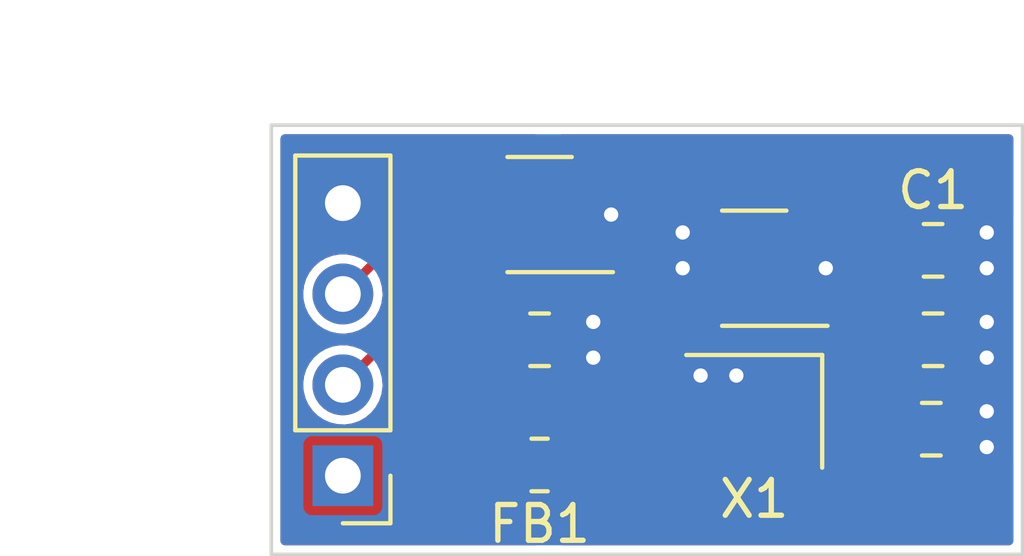
<source format=kicad_pcb>
(kicad_pcb (version 20211014) (generator pcbnew)
  (layers (0 "F.Cu" signal) (31 "B.Cu" signal) (34 "B.Paste" user) (35 "F.Paste" user) (36 "B.SilkS" user "B.Silkscreen") (37 "F.SilkS" user "F.Silkscreen") (38 "B.Mask" user) (39 "F.Mask" user) (44 "Edge.Cuts" user))
  (net 0 "")
  (net 1 "+3V3")
  (net 2 "GND")
  (net 3 "VCC")
  (net 4 "Net-(U2-Pad1)")
  (net 5 "Net-(J1-Pad2)")
  (net 6 "Net-(J1-Pad3)")
  (net 8 "Net-(U1-Pad6)")
  (footprint "Capacitor_SMD:C_0805_2012Metric" (layer "F.Cu") (at 59.5 65)
    (fp_text reference "C4" hide)
    (fp_text value "100n")
    (fp_line (start -0.261252 -0.735) (end 0.261252 -0.735) (layer "F.SilkS") (width 0.12))
    (fp_line (start -0.261252 0.735) (end 0.261252 0.735) (layer "F.SilkS") (width 0.12))
    (pad "1" smd roundrect (at -0.95 0) (size 1 1.45) (layers "F.Cu" "F.Paste" "F.Mask") (net 3 "VCC"))
    (pad "2" smd roundrect (at 0.95 0) (size 1 1.45) (layers "F.Cu" "F.Paste" "F.Mask") (net 2 "GND"))
  )
  (footprint "Package_TO_SOT_SMD:SOT-23-6_Handsoldering" (layer "F.Cu") (at 65.5 63 180)
    (fp_text reference "U1" hide)
    (fp_text value "max6577zut+T" hide)
    (fp_line (start -0.9 1.61) (end 0.9 1.61) (layer "F.SilkS") (width 0.12))
    (fp_line (start 0.9 -1.61) (end -2.05 -1.61) (layer "F.SilkS") (width 0.12))
    (pad "1" smd rect (at -1.35 -0.95 180) (size 1.56 0.65) (layers "F.Cu" "F.Paste" "F.Mask") (net 1 "+3V3"))
    (pad "2" smd rect (at -1.35 0 180) (size 1.56 0.65) (layers "F.Cu" "F.Paste" "F.Mask") (net 2 "GND"))
    (pad "3" smd rect (at -1.35 0.95 180) (size 1.56 0.65) (layers "F.Cu" "F.Paste" "F.Mask"))
    (pad "4" smd rect (at 1.35 0.95 180) (size 1.56 0.65) (layers "F.Cu" "F.Paste" "F.Mask") (net 2 "GND"))
    (pad "5" smd rect (at 1.35 0 180) (size 1.56 0.65) (layers "F.Cu" "F.Paste" "F.Mask") (net 2 "GND"))
    (pad "6" smd rect (at 1.35 -0.95 180) (size 1.56 0.65) (layers "F.Cu" "F.Paste" "F.Mask") (net 8 "Net-(U1-Pad6)"))
  )
  (footprint "Resistor_SMD:R_0805_2012Metric" (layer "F.Cu") (at 59.5 68.5 180)
    (fp_text reference "FB1" (at 0 -1.65) (layer "F.SilkS"))
    (fp_text value "FerriteBead_Small" hide)
    (fp_line (start -0.227064 0.735) (end 0.227064 0.735) (layer "F.SilkS") (width 0.12))
    (fp_line (start -0.227064 -0.735) (end 0.227064 -0.735) (layer "F.SilkS") (width 0.12))
    (pad "1" smd roundrect (at -0.9125 0 180) (size 1.025 1.4) (layers "F.Cu" "F.Paste" "F.Mask") (roundrect_rratio 0.243902) (net 1 "+3V3"))
    (pad "2" smd roundrect (at 0.9125 0 180) (size 1.025 1.4) (layers "F.Cu" "F.Paste" "F.Mask") (roundrect_rratio 0.243902) (net 3 "VCC"))
  )
  (footprint "Connector_PinHeader_2.54mm:PinHeader_1x04_P2.54mm_Vertical" (layer "F.Cu") (at 54 68.8 180)
    (fp_text reference "J1" hide)
    (fp_text value "Conn_01x04" hide)
    (fp_line (start -1.33 1.27) (end -1.33 8.95) (layer "F.SilkS") (width 0.12))
    (fp_line (start -1.33 8.95) (end 1.33 8.95) (layer "F.SilkS") (width 0.12))
    (fp_line (start -1.33 0) (end -1.33 -1.33) (layer "F.SilkS") (width 0.12))
    (fp_line (start -1.33 -1.33) (end 0 -1.33) (layer "F.SilkS") (width 0.12))
    (fp_line (start 1.33 1.27) (end 1.33 8.95) (layer "F.SilkS") (width 0.12))
    (fp_line (start -1.33 1.27) (end 1.33 1.27) (layer "F.SilkS") (width 0.12))
    (pad "1" thru_hole rect (at 0 0 180) (size 1.7 1.7) (drill 1) (layers *.Cu *.Mask) (net 3 "VCC"))
    (pad "2" thru_hole oval (at 0 2.54 180) (size 1.7 1.7) (drill 1) (layers *.Cu *.Mask) (net 5 "Net-(J1-Pad2)"))
    (pad "3" thru_hole oval (at 0 5.08 180) (size 1.7 1.7) (drill 1) (layers *.Cu *.Mask) (net 6 "Net-(J1-Pad3)"))
    (pad "4" thru_hole oval (at 0 7.62 180) (size 1.7 1.7) (drill 1) (layers *.Cu *.Mask) (net 2 "GND"))
  )
  (footprint "Capacitor_SMD:C_0805_2012Metric" (layer "F.Cu") (at 70.5 65)
    (fp_text reference "C2" hide)
    (fp_text value "100n" hide)
    (fp_line (start -0.261252 -0.735) (end 0.261252 -0.735) (layer "F.SilkS") (width 0.12))
    (fp_line (start -0.261252 0.735) (end 0.261252 0.735) (layer "F.SilkS") (width 0.12))
    (pad "1" smd roundrect (at -0.95 0) (size 1 1.45) (layers "F.Cu" "F.Paste" "F.Mask") (net 1 "+3V3"))
    (pad "2" smd roundrect (at 0.95 0) (size 1 1.45) (layers "F.Cu" "F.Paste" "F.Mask") (net 2 "GND"))
  )
  (footprint "Capacitor_SMD:C_0805_2012Metric" (layer "F.Cu") (at 70.45 67.5)
    (fp_text reference "C3" hide)
    (fp_text value "10n")
    (fp_line (start -0.261252 -0.735) (end 0.261252 -0.735) (layer "F.SilkS") (width 0.12))
    (fp_line (start -0.261252 0.735) (end 0.261252 0.735) (layer "F.SilkS") (width 0.12))
    (pad "1" smd roundrect (at -0.95 0) (size 1 1.45) (layers "F.Cu" "F.Paste" "F.Mask") (net 1 "+3V3"))
    (pad "2" smd roundrect (at 0.95 0) (size 1 1.45) (layers "F.Cu" "F.Paste" "F.Mask") (net 2 "GND"))
  )
  (footprint "Capacitor_SMD:C_0805_2012Metric" (layer "F.Cu") (at 70.5 62.5)
    (fp_text reference "C1" (at 0 -1.68) (layer "F.SilkS"))
    (fp_text value "100n" hide)
    (fp_line (start -0.261252 -0.735) (end 0.261252 -0.735) (layer "F.SilkS") (width 0.12))
    (fp_line (start -0.261252 0.735) (end 0.261252 0.735) (layer "F.SilkS") (width 0.12))
    (pad "1" smd roundrect (at -0.95 0) (size 1 1.45) (layers "F.Cu" "F.Paste" "F.Mask") (net 1 "+3V3"))
    (pad "2" smd roundrect (at 0.95 0) (size 1 1.45) (layers "F.Cu" "F.Paste" "F.Mask") (net 2 "GND"))
  )
  (footprint "Oscillator:Oscillator_SMD_Abracon_ASE-4Pin_3.2x2.5mm" (layer "F.Cu") (at 65.5 67 180)
    (fp_text reference "X1" (at 0 -2.45) (layer "F.SilkS"))
    (fp_text value "ASE-25.000MHZ-L-C-T" hide)
    (fp_line (start -1.9 1.575) (end 1.9 1.575) (layer "F.SilkS") (width 0.12))
    (fp_line (start -1.9 -1.575) (end -1.9 1.575) (layer "F.SilkS") (width 0.12))
    (pad "1" smd rect (at -1.05 0.825 180) (size 1.3 1.1) (layers "F.Cu" "F.Paste" "F.Mask") (net 1 "+3V3"))
    (pad "2" smd rect (at 1.05 0.825 180) (size 1.3 1.1) (layers "F.Cu" "F.Paste" "F.Mask") (net 2 "GND"))
    (pad "3" smd rect (at 1.05 -0.825 180) (size 1.3 1.1) (layers "F.Cu" "F.Paste" "F.Mask") (net 4 "Net-(U2-Pad1)"))
    (pad "4" smd rect (at -1.05 -0.825 180) (size 1.3 1.1) (layers "F.Cu" "F.Paste" "F.Mask") (net 1 "+3V3"))
  )
  (footprint "Package_TO_SOT_SMD:SOT-23-6_Handsoldering" (layer "F.Cu") (at 59.5 61.5 180)
    (fp_text reference "U2" hide)
    (fp_text value "74LVC2G34" hide)
    (fp_line (start 0.9 -1.61) (end -2.05 -1.61) (layer "F.SilkS") (width 0.12))
    (fp_line (start -0.9 1.61) (end 0.9 1.61) (layer "F.SilkS") (width 0.12))
    (pad "1" smd rect (at -1.35 -0.95 180) (size 1.56 0.65) (layers "F.Cu" "F.Paste" "F.Mask") (net 4 "Net-(U2-Pad1)"))
    (pad "2" smd rect (at -1.35 0 180) (size 1.56 0.65) (layers "F.Cu" "F.Paste" "F.Mask") (net 2 "GND"))
    (pad "3" smd rect (at -1.35 0.95 180) (size 1.56 0.65) (layers "F.Cu" "F.Paste" "F.Mask") (net 8 "Net-(U1-Pad6)"))
    (pad "4" smd rect (at 1.35 0.95 180) (size 1.56 0.65) (layers "F.Cu" "F.Paste" "F.Mask") (net 6 "Net-(J1-Pad3)"))
    (pad "5" smd rect (at 1.35 0 180) (size 1.56 0.65) (layers "F.Cu" "F.Paste" "F.Mask") (net 3 "VCC"))
    (pad "6" smd rect (at 1.35 -0.95 180) (size 1.56 0.65) (layers "F.Cu" "F.Paste" "F.Mask") (net 5 "Net-(J1-Pad2)"))
  )
  (gr_line (start 52 71) (end 52 59) (layer "Edge.Cuts") (width 0.1))
  (gr_line (start 52 59) (end 73 59) (layer "Edge.Cuts") (width 0.1))
  (gr_line (start 73 71) (end 52 71) (layer "Edge.Cuts") (width 0.1))
  (gr_line (start 73 59) (end 73 71) (layer "Edge.Cuts") (width 0.1))
  (via (at 61 64.5) (size 0.8) (drill 0.4) (layers "F.Cu" "B.Cu") (net 2))
  (via (at 67.5 63) (size 0.8) (drill 0.4) (layers "F.Cu" "B.Cu") (net 2))
  (via (at 72 62) (size 0.8) (drill 0.4) (layers "F.Cu" "B.Cu") (net 2))
  (via (at 72 65.5) (size 0.8) (drill 0.4) (layers "F.Cu" "B.Cu") (net 2))
  (via (at 65 66) (size 0.8) (drill 0.4) (layers "F.Cu" "B.Cu") (net 2))
  (via (at 72 68) (size 0.8) (drill 0.4) (layers "F.Cu" "B.Cu") (net 2))
  (via (at 72 63) (size 0.8) (drill 0.4) (layers "F.Cu" "B.Cu") (net 2))
  (via (at 72 64.5) (size 0.8) (drill 0.4) (layers "F.Cu" "B.Cu") (net 2))
  (via (at 72 67) (size 0.8) (drill 0.4) (layers "F.Cu" "B.Cu") (net 2))
  (via (at 63.5 62) (size 0.8) (drill 0.4) (layers "F.Cu" "B.Cu") (net 2))
  (via (at 64 66) (size 0.8) (drill 0.4) (layers "F.Cu" "B.Cu") (net 2))
  (via (at 61 65.5) (size 0.8) (drill 0.4) (layers "F.Cu" "B.Cu") (net 2))
  (via (at 63.5 63) (size 0.8) (drill 0.4) (layers "F.Cu" "B.Cu") (net 2))
  (via (at 61.5 61.5) (size 0.8) (drill 0.4) (layers "F.Cu" "B.Cu") (net 2))
  (segment (start 60.85 62.45) (end 60.9 62.5) (width 0.25) (layer "F.Cu") (net 4))
  (segment (start 64.35 67.825) (end 64.45 67.825) (width 0.25) (layer "F.Cu") (net 4))
  (segment (start 60.9 62.5) (end 61.5 62.5) (width 0.25) (layer "F.Cu") (net 4))
  (segment (start 61.5 62.5) (end 62 63) (width 0.25) (layer "F.Cu") (net 4))
  (segment (start 62 65.475) (end 64.35 67.825) (width 0.25) (layer "F.Cu") (net 4))
  (segment (start 62 63) (end 62 65.475) (width 0.25) (layer "F.Cu") (net 4))
  (segment (start 57.81 62.45) (end 54 66.26) (width 0.25) (layer "F.Cu") (net 5))
  (segment (start 58.15 62.45) (end 57.81 62.45) (width 0.25) (layer "F.Cu") (net 5))
  (segment (start 57.17 60.55) (end 54 63.72) (width 0.25) (layer "F.Cu") (net 6))
  (segment (start 58.15 60.55) (end 57.17 60.55) (width 0.25) (layer "F.Cu") (net 6))
  (segment (start 61.88 60.55) (end 62.5 61.17) (width 0.25) (layer "F.Cu") (net 8))
  (segment (start 62.5 63.5) (end 62.95 63.95) (width 0.25) (layer "F.Cu") (net 8))
  (segment (start 62.5 61.17) (end 62.5 63.5) (width 0.25) (layer "F.Cu") (net 8))
  (segment (start 60.85 60.55) (end 61.88 60.55) (width 0.25) (layer "F.Cu") (net 8))
  (segment (start 62.95 63.95) (end 64.15 63.95) (width 0.25) (layer "F.Cu") (net 8))
  (zone (net 1) (net_name "+3V3") (layer "F.Cu") (connect_pads yes (clearance 0.254)) (min_thickness 0.254) (fill yes (thermal_gap 0.508) (thermal_bridge_width 0.508))
    (polygon (pts (xy 73 71) (xy 60 71) (xy 60 59) (xy 73 59)))
  )
  (zone (net 3) (net_name "VCC") (layer "F.Cu") (connect_pads yes (clearance 0.254)) (min_thickness 0.254) (fill yes (thermal_gap 0.508) (thermal_bridge_width 0.508))
    (polygon (pts (xy 59.5 71) (xy 52 71) (xy 52 59) (xy 59.5 59)))
  )
  (zone (net 2) (net_name "GND") (layer "B.Cu") (connect_pads yes (clearance 0.254)) (min_thickness 0.254) (fill yes (thermal_gap 0.508) (thermal_bridge_width 0.508))
    (polygon (pts (xy 73 71) (xy 52 71) (xy 52 59) (xy 73 59)))
  )
)
</source>
